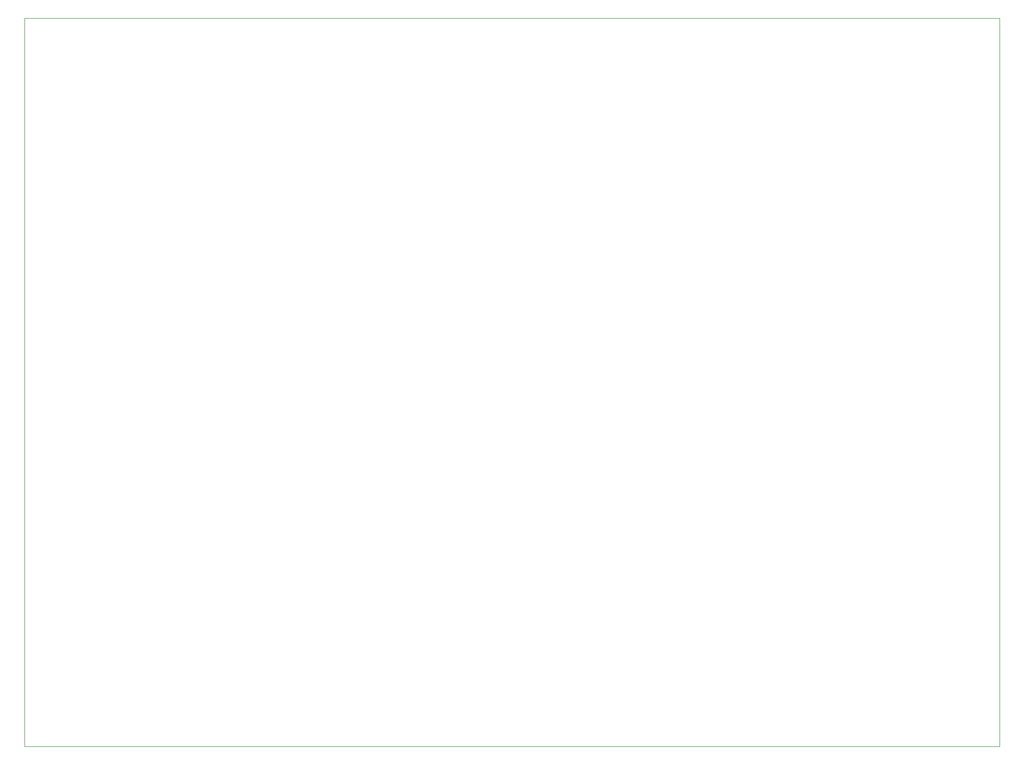
<source format=gbr>
%TF.GenerationSoftware,KiCad,Pcbnew,8.0.2-1*%
%TF.CreationDate,2024-08-04T14:30:48-04:00*%
%TF.ProjectId,bus,6275732e-6b69-4636-9164-5f7063625858,rev?*%
%TF.SameCoordinates,Original*%
%TF.FileFunction,Profile,NP*%
%FSLAX46Y46*%
G04 Gerber Fmt 4.6, Leading zero omitted, Abs format (unit mm)*
G04 Created by KiCad (PCBNEW 8.0.2-1) date 2024-08-04 14:30:48*
%MOMM*%
%LPD*%
G01*
G04 APERTURE LIST*
%TA.AperFunction,Profile*%
%ADD10C,0.050000*%
%TD*%
G04 APERTURE END LIST*
D10*
X55372000Y-35948500D02*
X224028000Y-35948500D01*
X224028000Y-161932500D01*
X55372000Y-161932500D01*
X55372000Y-35948500D01*
M02*

</source>
